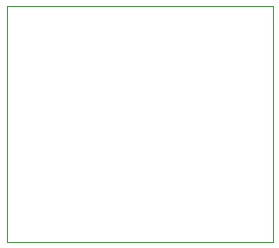
<source format=gbr>
G04*
G04 #@! TF.GenerationSoftware,Altium Limited,Altium Designer,24.1.2 (44)*
G04*
G04 Layer_Color=0*
%FSLAX25Y25*%
%MOIN*%
G70*
G04*
G04 #@! TF.SameCoordinates,C47F8A19-97F9-4067-9C4D-816D2AB984C8*
G04*
G04*
G04 #@! TF.FilePolarity,Positive*
G04*
G01*
G75*
%ADD26C,0.00100*%
D26*
X0Y0D02*
Y78740D01*
X88583D01*
Y0D01*
X0D01*
M02*

</source>
